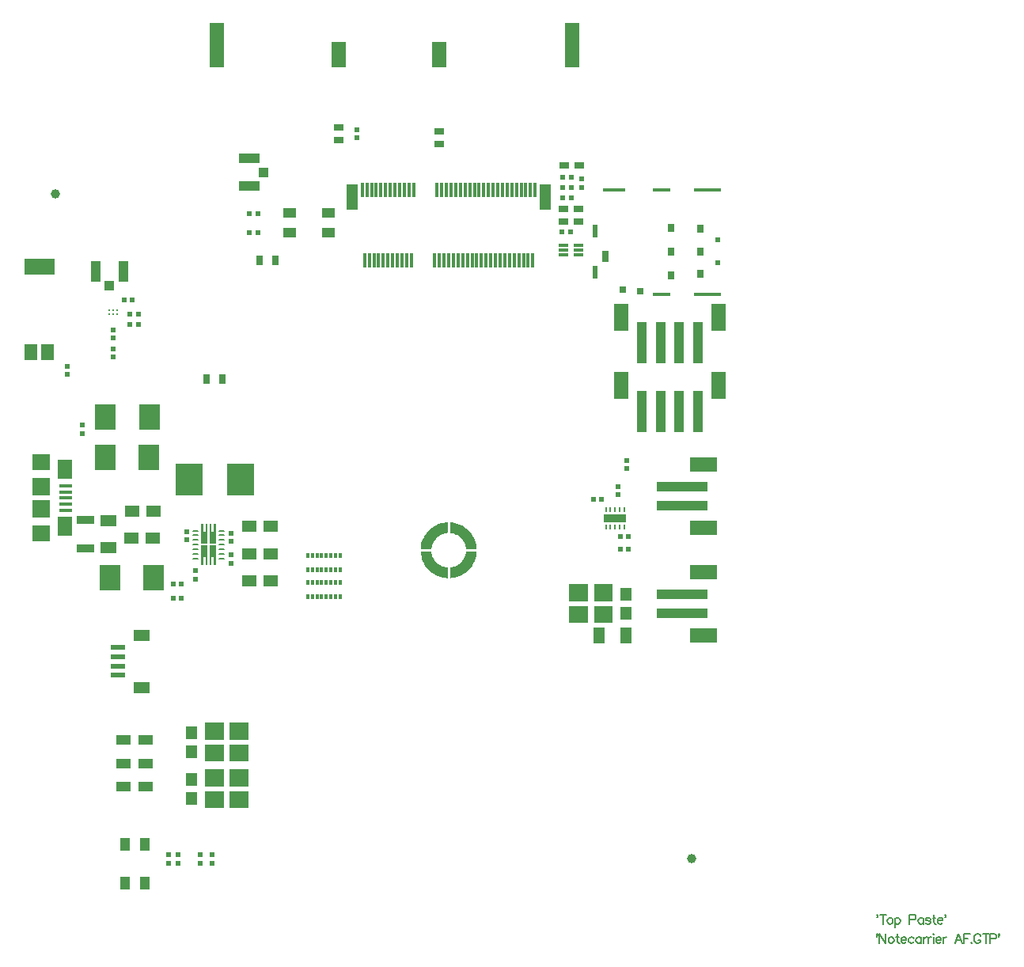
<source format=gtp>
G04*
G04 #@! TF.GenerationSoftware,Altium Limited,Altium Designer,20.2.4 (192)*
G04*
G04 Layer_Color=8421504*
%FSLAX25Y25*%
%MOIN*%
G70*
G04*
G04 #@! TF.SameCoordinates,7296403A-AE54-4680-90C6-F2F837FCC291*
G04*
G04*
G04 #@! TF.FilePolarity,Positive*
G04*
G01*
G75*
%ADD11C,0.00591*%
%ADD14R,0.04134X0.05512*%
%ADD15R,0.02441X0.02441*%
%ADD16R,0.02441X0.02441*%
G04:AMPARAMS|DCode=17|XSize=9.45mil|YSize=23.62mil|CornerRadius=4.72mil|HoleSize=0mil|Usage=FLASHONLY|Rotation=90.000|XOffset=0mil|YOffset=0mil|HoleType=Round|Shape=RoundedRectangle|*
%AMROUNDEDRECTD17*
21,1,0.00945,0.01417,0,0,90.0*
21,1,0.00000,0.02362,0,0,90.0*
1,1,0.00945,0.00709,0.00000*
1,1,0.00945,0.00709,0.00000*
1,1,0.00945,-0.00709,0.00000*
1,1,0.00945,-0.00709,0.00000*
%
%ADD17ROUNDEDRECTD17*%
%ADD18R,0.06000X0.05000*%
%ADD19R,0.09055X0.11024*%
%ADD20R,0.11614X0.13780*%
%ADD21R,0.04528X0.05709*%
%ADD22R,0.04724X0.10827*%
%ADD23R,0.01181X0.06102*%
%ADD24R,0.06299X0.03937*%
%ADD25R,0.07087X0.04724*%
%ADD26R,0.06102X0.02362*%
%ADD27R,0.05512X0.04134*%
%ADD28R,0.02756X0.02756*%
%ADD29R,0.01968X0.05512*%
%ADD30R,0.02756X0.02953*%
%ADD31R,0.07480X0.01772*%
%ADD32R,0.02756X0.03543*%
%ADD33R,0.02559X0.04724*%
%ADD34R,0.09449X0.01772*%
%ADD35R,0.11417X0.01772*%
%ADD36R,0.02362X0.02362*%
%ADD37R,0.03937X0.17717*%
%ADD38R,0.06299X0.11811*%
%ADD39C,0.03937*%
%ADD40R,0.03898X0.01181*%
%ADD41R,0.07480X0.03543*%
%ADD42R,0.04528X0.07087*%
%ADD43R,0.00984X0.01968*%
%ADD44R,0.09449X0.03307*%
%ADD45R,0.04134X0.03937*%
%ADD46R,0.08661X0.04134*%
%ADD47R,0.02756X0.03937*%
%ADD48R,0.01181X0.01968*%
%ADD49R,0.03937X0.03150*%
%ADD50R,0.05709X0.06693*%
%ADD51R,0.12598X0.06693*%
%ADD52R,0.05906X0.18583*%
%ADD53R,0.05906X0.10709*%
%ADD54R,0.11811X0.06299*%
%ADD55R,0.21654X0.03937*%
%ADD56R,0.00984X0.00984*%
%ADD57R,0.05315X0.01575*%
%ADD58R,0.06299X0.08268*%
%ADD59R,0.07480X0.07480*%
%ADD60R,0.07480X0.07087*%
%ADD61R,0.04016X0.02520*%
%ADD62R,0.04134X0.08661*%
%ADD63R,0.03937X0.04134*%
%ADD64R,0.07087X0.04528*%
G36*
X82244Y177559D02*
X79646D01*
Y185827D01*
X80433D01*
Y182480D01*
X81457D01*
Y185827D01*
X82244D01*
Y177559D01*
D02*
G37*
G36*
X78622D02*
X76024D01*
Y185827D01*
X76811D01*
Y182480D01*
X77835D01*
Y185827D01*
X78622D01*
Y177559D01*
D02*
G37*
G36*
X182120Y186497D02*
X183130Y186294D01*
X184119Y186005D01*
X185079Y185630D01*
X186002Y185173D01*
X186882Y184638D01*
X187713Y184027D01*
X188486Y183347D01*
X189198Y182602D01*
X189842Y181797D01*
X190413Y180940D01*
X190908Y180036D01*
X191322Y179092D01*
X191651Y178116D01*
X191895Y177115D01*
X192051Y176097D01*
X192104Y175416D01*
X187568D01*
X187489Y176047D01*
X187355Y176668D01*
X187168Y177275D01*
X186928Y177863D01*
X186638Y178429D01*
X186300Y178967D01*
X185916Y179473D01*
X185490Y179944D01*
X185024Y180376D01*
X184522Y180766D01*
X183988Y181111D01*
X183427Y181407D01*
X182841Y181654D01*
X182236Y181849D01*
X181617Y181990D01*
X181096Y182066D01*
Y186610D01*
X182120Y186497D01*
D02*
G37*
G36*
X179915Y182098D02*
Y182098D01*
X179282Y182036D01*
X178658Y181920D01*
X178046Y181749D01*
X177451Y181525D01*
X176878Y181251D01*
X176331Y180927D01*
X175814Y180557D01*
X175332Y180144D01*
X174887Y179690D01*
X174484Y179199D01*
X174125Y178675D01*
X173813Y178121D01*
X173550Y177542D01*
X173339Y176943D01*
X173181Y176328D01*
X173078Y175701D01*
X173049Y175416D01*
X168512D01*
X168609Y176442D01*
X168794Y177455D01*
X169067Y178449D01*
X169425Y179415D01*
X169867Y180346D01*
X170388Y181235D01*
X170984Y182075D01*
X171651Y182860D01*
X172385Y183584D01*
X173178Y184241D01*
X174026Y184827D01*
X174922Y185337D01*
X175858Y185766D01*
X176829Y186112D01*
X177825Y186373D01*
X178841Y186545D01*
X179868Y186628D01*
X179915Y186630D01*
Y182098D01*
D02*
G37*
G36*
X82244Y168504D02*
X81457D01*
Y171850D01*
X80433D01*
Y168504D01*
X79646D01*
Y176772D01*
X82244D01*
Y168504D01*
D02*
G37*
G36*
X78622D02*
X77835D01*
Y171850D01*
X76811D01*
Y168504D01*
X76024D01*
Y176772D01*
X78622D01*
Y168504D01*
D02*
G37*
G36*
X192008Y173209D02*
X191823Y172196D01*
X191550Y171202D01*
X191191Y170236D01*
X190750Y169305D01*
X190229Y168416D01*
X189632Y167576D01*
X188965Y166791D01*
X188232Y166067D01*
X187438Y165410D01*
X186591Y164824D01*
X185695Y164315D01*
X184758Y163885D01*
X183788Y163539D01*
X182791Y163278D01*
X181775Y163106D01*
X181096Y163041D01*
Y167585D01*
X181724Y167681D01*
X182341Y167831D01*
X182943Y168035D01*
X183525Y168291D01*
X184082Y168596D01*
X184611Y168948D01*
X185107Y169346D01*
X185566Y169785D01*
X185985Y170262D01*
X186361Y170774D01*
X186691Y171318D01*
X186973Y171887D01*
X187203Y172479D01*
X187382Y173089D01*
X187506Y173712D01*
X187568Y174235D01*
X192104D01*
X192008Y173209D01*
D02*
G37*
G36*
X173128Y173605D02*
X173262Y172983D01*
X173449Y172376D01*
X173689Y171788D01*
X173978Y171222D01*
X174317Y170684D01*
X174700Y170178D01*
X175127Y169707D01*
X175593Y169275D01*
X176094Y168885D01*
X176628Y168540D01*
X177190Y168243D01*
X177776Y167997D01*
X178380Y167802D01*
X179000Y167661D01*
X179629Y167574D01*
X179915Y167553D01*
Y163021D01*
X178887Y163101D01*
X177871Y163269D01*
X176873Y163525D01*
X175901Y163868D01*
X174963Y164294D01*
X174065Y164799D01*
X173215Y165382D01*
X172419Y166036D01*
X171683Y166757D01*
X171013Y167539D01*
X170413Y168377D01*
X169889Y169264D01*
X169444Y170194D01*
X169081Y171158D01*
X168804Y172151D01*
X168615Y173163D01*
X168515Y174189D01*
X168512Y174235D01*
X173049D01*
X173128Y173605D01*
D02*
G37*
G36*
X249409Y153347D02*
X241535D01*
Y160433D01*
X249409D01*
Y153347D01*
D02*
G37*
G36*
X238976D02*
X231102D01*
Y160433D01*
X238976D01*
Y153347D01*
D02*
G37*
G36*
X249409Y144095D02*
X241535D01*
Y151181D01*
X249409D01*
Y144095D01*
D02*
G37*
G36*
X238976D02*
X231102D01*
Y151181D01*
X238976D01*
Y144095D01*
D02*
G37*
G36*
X95917Y95016D02*
X88043D01*
Y102102D01*
X95917D01*
Y95016D01*
D02*
G37*
G36*
X85484D02*
X77610D01*
Y102102D01*
X85484D01*
Y95016D01*
D02*
G37*
G36*
X95917Y85764D02*
X88043D01*
Y92850D01*
X95917D01*
Y85764D01*
D02*
G37*
G36*
X85484D02*
X77610D01*
Y92850D01*
X85484D01*
Y85764D01*
D02*
G37*
G36*
X95917Y75371D02*
X88043D01*
Y82457D01*
X95917D01*
Y75371D01*
D02*
G37*
G36*
X85484D02*
X77610D01*
Y82457D01*
X85484D01*
Y75371D01*
D02*
G37*
G36*
X95917Y66119D02*
X88043D01*
Y73205D01*
X95917D01*
Y66119D01*
D02*
G37*
G36*
X85484D02*
X77610D01*
Y73205D01*
X85484D01*
Y66119D01*
D02*
G37*
D11*
X360817Y20917D02*
X360630Y21104D01*
X360817Y21292D01*
X361005Y21104D01*
Y20729D01*
X360817Y20354D01*
X360630Y20167D01*
X363179Y21292D02*
Y17355D01*
X361867Y21292D02*
X364491D01*
X365897Y19979D02*
X365522Y19792D01*
X365147Y19417D01*
X364960Y18855D01*
Y18480D01*
X365147Y17918D01*
X365522Y17543D01*
X365897Y17355D01*
X366459D01*
X366834Y17543D01*
X367209Y17918D01*
X367396Y18480D01*
Y18855D01*
X367209Y19417D01*
X366834Y19792D01*
X366459Y19979D01*
X365897D01*
X368259D02*
Y16043D01*
Y19417D02*
X368633Y19792D01*
X369008Y19979D01*
X369571D01*
X369946Y19792D01*
X370320Y19417D01*
X370508Y18855D01*
Y18480D01*
X370320Y17918D01*
X369946Y17543D01*
X369571Y17355D01*
X369008D01*
X368633Y17543D01*
X368259Y17918D01*
X374444Y19230D02*
X376131D01*
X376693Y19417D01*
X376881Y19605D01*
X377068Y19979D01*
Y20542D01*
X376881Y20917D01*
X376693Y21104D01*
X376131Y21292D01*
X374444D01*
Y17355D01*
X380198Y19979D02*
Y17355D01*
Y19417D02*
X379823Y19792D01*
X379449Y19979D01*
X378886D01*
X378511Y19792D01*
X378136Y19417D01*
X377949Y18855D01*
Y18480D01*
X378136Y17918D01*
X378511Y17543D01*
X378886Y17355D01*
X379449D01*
X379823Y17543D01*
X380198Y17918D01*
X383310Y19417D02*
X383122Y19792D01*
X382560Y19979D01*
X381998D01*
X381435Y19792D01*
X381248Y19417D01*
X381435Y19042D01*
X381810Y18855D01*
X382747Y18667D01*
X383122Y18480D01*
X383310Y18105D01*
Y17918D01*
X383122Y17543D01*
X382560Y17355D01*
X381998D01*
X381435Y17543D01*
X381248Y17918D01*
X384697Y21292D02*
Y18105D01*
X384884Y17543D01*
X385259Y17355D01*
X385634D01*
X384134Y19979D02*
X385447D01*
X386196Y18855D02*
X388445D01*
Y19230D01*
X388258Y19605D01*
X388071Y19792D01*
X387696Y19979D01*
X387133D01*
X386759Y19792D01*
X386384Y19417D01*
X386196Y18855D01*
Y18480D01*
X386384Y17918D01*
X386759Y17543D01*
X387133Y17355D01*
X387696D01*
X388071Y17543D01*
X388445Y17918D01*
X389476Y20917D02*
X389289Y21104D01*
X389476Y21292D01*
X389664Y21104D01*
Y20729D01*
X389476Y20354D01*
X389289Y20167D01*
X360719Y12813D02*
X360531Y13001D01*
X360719Y13188D01*
X360906Y13001D01*
Y12626D01*
X360719Y12251D01*
X360531Y12064D01*
X361769Y13188D02*
Y9252D01*
Y13188D02*
X364393Y9252D01*
Y13188D02*
Y9252D01*
X366417Y11876D02*
X366042Y11689D01*
X365667Y11314D01*
X365480Y10751D01*
Y10377D01*
X365667Y9814D01*
X366042Y9439D01*
X366417Y9252D01*
X366979D01*
X367354Y9439D01*
X367729Y9814D01*
X367916Y10377D01*
Y10751D01*
X367729Y11314D01*
X367354Y11689D01*
X366979Y11876D01*
X366417D01*
X369341Y13188D02*
Y10002D01*
X369529Y9439D01*
X369903Y9252D01*
X370278D01*
X368779Y11876D02*
X370091D01*
X370841Y10751D02*
X373090D01*
Y11126D01*
X372902Y11501D01*
X372715Y11689D01*
X372340Y11876D01*
X371778D01*
X371403Y11689D01*
X371028Y11314D01*
X370841Y10751D01*
Y10377D01*
X371028Y9814D01*
X371403Y9439D01*
X371778Y9252D01*
X372340D01*
X372715Y9439D01*
X373090Y9814D01*
X376182Y11314D02*
X375808Y11689D01*
X375433Y11876D01*
X374870D01*
X374496Y11689D01*
X374121Y11314D01*
X373933Y10751D01*
Y10377D01*
X374121Y9814D01*
X374496Y9439D01*
X374870Y9252D01*
X375433D01*
X375808Y9439D01*
X376182Y9814D01*
X379275Y11876D02*
Y9252D01*
Y11314D02*
X378900Y11689D01*
X378525Y11876D01*
X377963D01*
X377588Y11689D01*
X377213Y11314D01*
X377026Y10751D01*
Y10377D01*
X377213Y9814D01*
X377588Y9439D01*
X377963Y9252D01*
X378525D01*
X378900Y9439D01*
X379275Y9814D01*
X380325Y11876D02*
Y9252D01*
Y10751D02*
X380512Y11314D01*
X380887Y11689D01*
X381262Y11876D01*
X381824D01*
X382180D02*
Y9252D01*
Y10751D02*
X382368Y11314D01*
X382743Y11689D01*
X383118Y11876D01*
X383680D01*
X384411Y13188D02*
X384598Y13001D01*
X384786Y13188D01*
X384598Y13376D01*
X384411Y13188D01*
X384598Y11876D02*
Y9252D01*
X385479Y10751D02*
X387729D01*
Y11126D01*
X387541Y11501D01*
X387354Y11689D01*
X386979Y11876D01*
X386417D01*
X386042Y11689D01*
X385667Y11314D01*
X385479Y10751D01*
Y10377D01*
X385667Y9814D01*
X386042Y9439D01*
X386417Y9252D01*
X386979D01*
X387354Y9439D01*
X387729Y9814D01*
X388572Y11876D02*
Y9252D01*
Y10751D02*
X388759Y11314D01*
X389134Y11689D01*
X389509Y11876D01*
X390072D01*
X396519Y9252D02*
X395020Y13188D01*
X393520Y9252D01*
X394083Y10564D02*
X395957D01*
X397438Y13188D02*
Y9252D01*
Y13188D02*
X399874D01*
X397438Y11314D02*
X398937D01*
X400512Y9627D02*
X400324Y9439D01*
X400512Y9252D01*
X400699Y9439D01*
X400512Y9627D01*
X404373Y12251D02*
X404185Y12626D01*
X403811Y13001D01*
X403436Y13188D01*
X402686D01*
X402311Y13001D01*
X401936Y12626D01*
X401749Y12251D01*
X401561Y11689D01*
Y10751D01*
X401749Y10189D01*
X401936Y9814D01*
X402311Y9439D01*
X402686Y9252D01*
X403436D01*
X403811Y9439D01*
X404185Y9814D01*
X404373Y10189D01*
Y10751D01*
X403436D02*
X404373D01*
X406585Y13188D02*
Y9252D01*
X405273Y13188D02*
X407897D01*
X408365Y11126D02*
X410052D01*
X410614Y11314D01*
X410802Y11501D01*
X410989Y11876D01*
Y12438D01*
X410802Y12813D01*
X410614Y13001D01*
X410052Y13188D01*
X408365D01*
Y9252D01*
X412058Y12813D02*
X411870Y13001D01*
X412058Y13188D01*
X412245Y13001D01*
Y12626D01*
X412058Y12251D01*
X411870Y12064D01*
D14*
X43819Y51055D02*
D03*
X52284D02*
D03*
X43819Y34716D02*
D03*
X52284D02*
D03*
D15*
X66387Y46543D02*
D03*
Y43000D02*
D03*
X64173Y160433D02*
D03*
X67716D02*
D03*
X88691Y172756D02*
D03*
Y169213D02*
D03*
X49649Y274253D02*
D03*
X46106D02*
D03*
X38956Y256192D02*
D03*
Y259735D02*
D03*
X141535Y352008D02*
D03*
Y348465D02*
D03*
X256010Y180566D02*
D03*
X252467D02*
D03*
X236315Y327586D02*
D03*
Y331130D02*
D03*
X228314Y323177D02*
D03*
X231857D02*
D03*
X256008Y175368D02*
D03*
X252465D02*
D03*
X80534Y43000D02*
D03*
Y46543D02*
D03*
X88690Y178512D02*
D03*
Y182055D02*
D03*
X69882Y179134D02*
D03*
Y182677D02*
D03*
X96289Y316558D02*
D03*
X99833D02*
D03*
X19698Y248803D02*
D03*
Y252346D02*
D03*
X26032Y227543D02*
D03*
Y224000D02*
D03*
X49649Y269844D02*
D03*
X46106D02*
D03*
D16*
X62371Y43000D02*
D03*
Y46543D02*
D03*
X67716Y154528D02*
D03*
X64173D02*
D03*
X38956Y264145D02*
D03*
Y267688D02*
D03*
X228314Y331996D02*
D03*
X231857D02*
D03*
Y327587D02*
D03*
X228314D02*
D03*
X241166Y196198D02*
D03*
X244710D02*
D03*
X251690Y198090D02*
D03*
Y201633D02*
D03*
X231644Y308795D02*
D03*
X228100D02*
D03*
X75787Y46543D02*
D03*
Y43000D02*
D03*
X100000Y308516D02*
D03*
X96457D02*
D03*
X255228Y209169D02*
D03*
Y212713D02*
D03*
X73622Y166142D02*
D03*
Y162598D02*
D03*
X47047Y280295D02*
D03*
X43504D02*
D03*
D17*
X73622Y171260D02*
D03*
Y173228D02*
D03*
Y175197D02*
D03*
Y177165D02*
D03*
Y179134D02*
D03*
Y181102D02*
D03*
Y183071D02*
D03*
X84646D02*
D03*
Y181102D02*
D03*
Y179134D02*
D03*
Y177165D02*
D03*
Y175197D02*
D03*
Y173228D02*
D03*
Y171260D02*
D03*
D18*
X96337Y173250D02*
D03*
X105337D02*
D03*
X105335Y184770D02*
D03*
X96335D02*
D03*
X96226Y161846D02*
D03*
X105226D02*
D03*
X55911Y191197D02*
D03*
X46911D02*
D03*
X55714Y180055D02*
D03*
X46714D02*
D03*
D19*
X54031Y213921D02*
D03*
X35528D02*
D03*
X35633Y230773D02*
D03*
X54137D02*
D03*
X37496Y163331D02*
D03*
X56000D02*
D03*
D20*
X92571Y204724D02*
D03*
X71114D02*
D03*
D21*
X255020Y156142D02*
D03*
Y148386D02*
D03*
X72000Y78166D02*
D03*
Y70410D02*
D03*
Y90055D02*
D03*
Y97811D02*
D03*
D22*
X139560Y323448D02*
D03*
X221056D02*
D03*
D23*
X143891Y326499D02*
D03*
X144875Y296774D02*
D03*
X145859Y326499D02*
D03*
X146844Y296774D02*
D03*
X147828Y326499D02*
D03*
X148812Y296774D02*
D03*
X149796Y326499D02*
D03*
X150781Y296774D02*
D03*
X151765Y326499D02*
D03*
X152749Y296774D02*
D03*
X153734Y326499D02*
D03*
X154718Y296774D02*
D03*
X155702Y326499D02*
D03*
X156686Y296774D02*
D03*
X157670Y326499D02*
D03*
X158655Y296774D02*
D03*
X159639Y326499D02*
D03*
X160623Y296774D02*
D03*
X161608Y326499D02*
D03*
X162592Y296774D02*
D03*
X163576Y326499D02*
D03*
X164560Y296774D02*
D03*
X165544Y326499D02*
D03*
X174403Y296774D02*
D03*
X175387Y326499D02*
D03*
X176371Y296774D02*
D03*
X177356Y326499D02*
D03*
X178340Y296774D02*
D03*
X179324Y326499D02*
D03*
X180308Y296774D02*
D03*
X181292Y326499D02*
D03*
X182277Y296774D02*
D03*
X183261Y326499D02*
D03*
X184245Y296774D02*
D03*
X185230Y326499D02*
D03*
X186214Y296774D02*
D03*
X187198Y326499D02*
D03*
X188182Y296774D02*
D03*
X189166Y326499D02*
D03*
X190151Y296774D02*
D03*
X191135Y326499D02*
D03*
X192119Y296774D02*
D03*
X193104Y326499D02*
D03*
X194088Y296774D02*
D03*
X195072Y326499D02*
D03*
X196056Y296774D02*
D03*
X197041Y326499D02*
D03*
X198025Y296774D02*
D03*
X199009Y326499D02*
D03*
X199993Y296774D02*
D03*
X200978Y326499D02*
D03*
X201962Y296774D02*
D03*
X202946Y326499D02*
D03*
X203930Y296774D02*
D03*
X204915Y326499D02*
D03*
X205899Y296774D02*
D03*
X206883Y326499D02*
D03*
X207867Y296774D02*
D03*
X208852Y326499D02*
D03*
X209836Y296774D02*
D03*
X210820Y326499D02*
D03*
X211804Y296774D02*
D03*
X212789Y326499D02*
D03*
X213773Y296774D02*
D03*
X214757Y326499D02*
D03*
X215741Y296774D02*
D03*
X216726Y326499D02*
D03*
D24*
X43276Y85000D02*
D03*
X52724Y94842D02*
D03*
Y75157D02*
D03*
X43276D02*
D03*
Y94842D02*
D03*
X52724Y85000D02*
D03*
D25*
X51032Y116992D02*
D03*
Y139039D02*
D03*
D26*
X41091Y122110D02*
D03*
Y126047D02*
D03*
Y129984D02*
D03*
Y133921D02*
D03*
D27*
X129528Y316981D02*
D03*
Y308516D02*
D03*
X113189Y316981D02*
D03*
Y308516D02*
D03*
D28*
X260827Y283913D02*
D03*
D29*
X242126Y292063D02*
D03*
Y309386D02*
D03*
D30*
X253740Y284602D02*
D03*
D31*
X270079Y282634D02*
D03*
Y326630D02*
D03*
D32*
X273937Y290724D02*
D03*
X286417Y291118D02*
D03*
Y300724D02*
D03*
X273937D02*
D03*
Y310724D02*
D03*
X286417Y310331D02*
D03*
D33*
X246358Y298559D02*
D03*
D34*
X249803Y326630D02*
D03*
D35*
X289173Y282634D02*
D03*
Y326630D02*
D03*
D36*
X293701Y295921D02*
D03*
Y305528D02*
D03*
D37*
X261614Y233284D02*
D03*
X269488D02*
D03*
X277362D02*
D03*
X285236D02*
D03*
X285236Y262192D02*
D03*
X277362D02*
D03*
X269488D02*
D03*
X261614D02*
D03*
D38*
X252953Y244111D02*
D03*
X293898D02*
D03*
X293898Y273019D02*
D03*
X252953D02*
D03*
D39*
X282480Y45000D02*
D03*
X14626Y325000D02*
D03*
D40*
X235026Y303283D02*
D03*
Y299346D02*
D03*
Y301315D02*
D03*
X228688Y303283D02*
D03*
Y301315D02*
D03*
Y299346D02*
D03*
D41*
X27306Y187457D02*
D03*
Y175646D02*
D03*
D42*
X243504Y138976D02*
D03*
X254921D02*
D03*
D43*
X254370Y184543D02*
D03*
Y192024D02*
D03*
X252401Y184543D02*
D03*
Y192024D02*
D03*
X250433Y184543D02*
D03*
Y192024D02*
D03*
X248464Y184543D02*
D03*
Y192024D02*
D03*
X246496Y184543D02*
D03*
Y192024D02*
D03*
D44*
X250433Y188284D02*
D03*
D45*
X102293Y334087D02*
D03*
D46*
X96289Y328279D02*
D03*
Y339894D02*
D03*
D47*
X100591Y296873D02*
D03*
X107283D02*
D03*
X85074Y246858D02*
D03*
X78381D02*
D03*
D48*
X120876Y161144D02*
D03*
X124813D02*
D03*
X122845D02*
D03*
X128750D02*
D03*
X126782D02*
D03*
X134656D02*
D03*
X130719D02*
D03*
X132687D02*
D03*
X122845Y155239D02*
D03*
X120876D02*
D03*
X124813D02*
D03*
X126782D02*
D03*
X130719D02*
D03*
X128750D02*
D03*
X132687D02*
D03*
X134656D02*
D03*
Y172571D02*
D03*
X130719D02*
D03*
X132687D02*
D03*
X128750D02*
D03*
X132687Y166665D02*
D03*
X134656D02*
D03*
X130719D02*
D03*
X128750D02*
D03*
X126782Y172571D02*
D03*
X124813D02*
D03*
X122845D02*
D03*
X120876D02*
D03*
X126782Y166665D02*
D03*
X124813D02*
D03*
X122845D02*
D03*
X120876D02*
D03*
D49*
X228708Y318466D02*
D03*
X235007D02*
D03*
Y313348D02*
D03*
X228708D02*
D03*
X235150Y337063D02*
D03*
X228850D02*
D03*
D50*
X11319Y258268D02*
D03*
X4429D02*
D03*
D51*
X7874Y294095D02*
D03*
D52*
X82677Y387638D02*
D03*
X232283D02*
D03*
D53*
X176378Y383701D02*
D03*
X133858D02*
D03*
D54*
X287598Y184209D02*
D03*
Y210980D02*
D03*
Y138791D02*
D03*
Y165562D02*
D03*
D55*
X278740Y193658D02*
D03*
Y201532D02*
D03*
Y148240D02*
D03*
Y156114D02*
D03*
D56*
X40520Y275830D02*
D03*
Y274255D02*
D03*
X38945D02*
D03*
X37370Y275830D02*
D03*
X38945D02*
D03*
X37370Y274255D02*
D03*
D57*
X18996Y201969D02*
D03*
Y199409D02*
D03*
Y194291D02*
D03*
Y196850D02*
D03*
Y191732D02*
D03*
D58*
X18504Y208858D02*
D03*
Y184843D02*
D03*
D59*
X8465Y201575D02*
D03*
Y192126D02*
D03*
D60*
Y211811D02*
D03*
Y181890D02*
D03*
D61*
X176378Y346063D02*
D03*
Y351102D02*
D03*
X133858Y347716D02*
D03*
Y352756D02*
D03*
D62*
X43246Y292313D02*
D03*
X31632D02*
D03*
D63*
X37439Y286309D02*
D03*
D64*
X37000Y187378D02*
D03*
Y175961D02*
D03*
M02*

</source>
